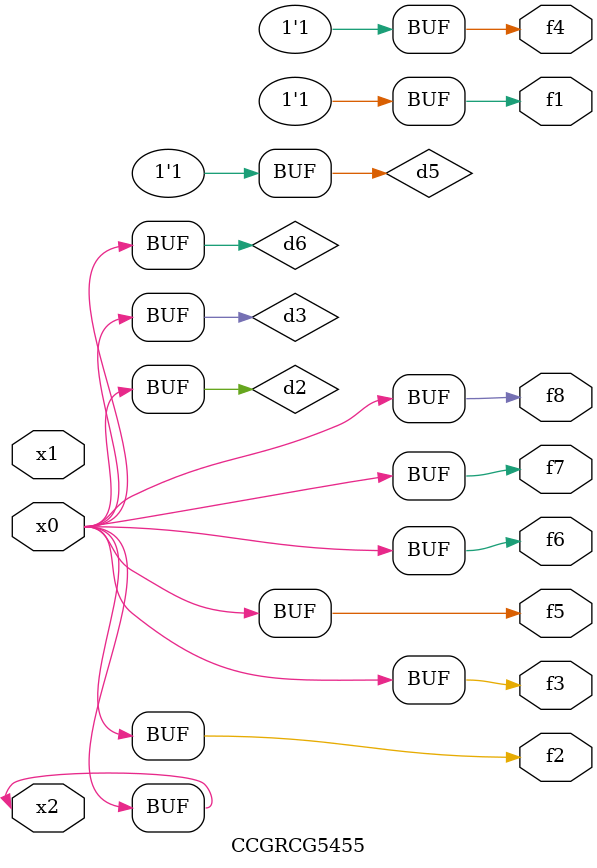
<source format=v>
module CCGRCG5455(
	input x0, x1, x2,
	output f1, f2, f3, f4, f5, f6, f7, f8
);

	wire d1, d2, d3, d4, d5, d6;

	xnor (d1, x2);
	buf (d2, x0, x2);
	and (d3, x0);
	xnor (d4, x1, x2);
	nand (d5, d1, d3);
	buf (d6, d2, d3);
	assign f1 = d5;
	assign f2 = d6;
	assign f3 = d6;
	assign f4 = d5;
	assign f5 = d6;
	assign f6 = d6;
	assign f7 = d6;
	assign f8 = d6;
endmodule

</source>
